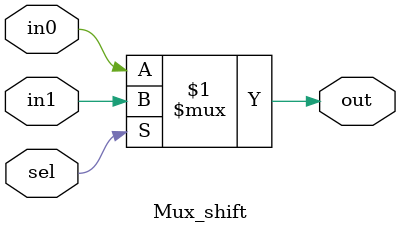
<source format=v>
module Mux_shift (
    out,
    sel,
    in0,
    in1
);
    input sel;
    input in0, in1;
    output out;

    assign out = sel ? in1 : in0;
endmodule

</source>
